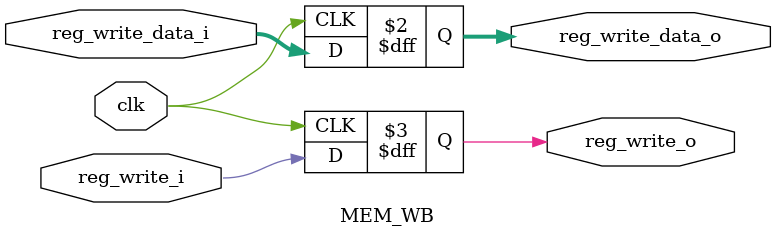
<source format=v>
module MEM_WB (
	       clk,
	       reg_write_data_i,
	       reg_write_i,
	       reg_write_data_o,
	       reg_write_o
	       );

   input clk;
   
   input [31:0] reg_write_data_i;
   input        reg_write_i;

   output [31:0] reg_write_data_o;
   output        reg_write_o;

   reg [31:0] 	 reg_write_data_o;
   reg 		 reg_write_o;

   always @(posedge clk) begin
      reg_write_data_o <= reg_write_data_i;
      reg_write_o <= reg_write_i;
   end

endmodule





</source>
